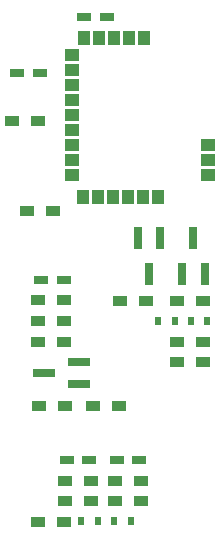
<source format=gbr>
G04 #@! TF.GenerationSoftware,KiCad,Pcbnew,(5.1.4)-1*
G04 #@! TF.CreationDate,2019-10-27T14:02:49-04:00*
G04 #@! TF.ProjectId,i2c-moist-sensor,6932632d-6d6f-4697-9374-2d73656e736f,rev?*
G04 #@! TF.SameCoordinates,Original*
G04 #@! TF.FileFunction,Paste,Top*
G04 #@! TF.FilePolarity,Positive*
%FSLAX46Y46*%
G04 Gerber Fmt 4.6, Leading zero omitted, Abs format (unit mm)*
G04 Created by KiCad (PCBNEW (5.1.4)-1) date 2019-10-27 14:02:49*
%MOMM*%
%LPD*%
G04 APERTURE LIST*
%ADD10R,1.194000X0.894000*%
%ADD11R,0.794000X1.894000*%
%ADD12R,0.594000X0.694000*%
%ADD13R,1.194000X0.744000*%
%ADD14R,1.194000X0.994000*%
%ADD15R,0.994000X1.194000*%
%ADD16R,1.894000X0.794000*%
G04 APERTURE END LIST*
D10*
X63158000Y-53500000D03*
X65358000Y-53500000D03*
X49192000Y-34798000D03*
X51392000Y-34798000D03*
X58250000Y-58928000D03*
X56050000Y-58928000D03*
X63158000Y-55250000D03*
X65358000Y-55250000D03*
X51478000Y-58928000D03*
X53678000Y-58928000D03*
X60536000Y-50038000D03*
X58336000Y-50038000D03*
X63162000Y-50038000D03*
X65362000Y-50038000D03*
X53600000Y-51750000D03*
X51400000Y-51750000D03*
X60100000Y-67000000D03*
X57900000Y-67000000D03*
X52662000Y-42418000D03*
X50462000Y-42418000D03*
X57900000Y-65250000D03*
X60100000Y-65250000D03*
X51400000Y-68750000D03*
X53600000Y-68750000D03*
X53650000Y-67000000D03*
X55850000Y-67000000D03*
X53600000Y-50000000D03*
X51400000Y-50000000D03*
D11*
X64516000Y-44728000D03*
X65466000Y-47728000D03*
X63566000Y-47728000D03*
D12*
X61550000Y-51750000D03*
X62950000Y-51750000D03*
X64300000Y-51750000D03*
X65700000Y-51750000D03*
X57804000Y-68642000D03*
X59204000Y-68642000D03*
X55010000Y-68642000D03*
X56410000Y-68642000D03*
D13*
X49596000Y-30734000D03*
X51496000Y-30734000D03*
X57200000Y-26000000D03*
X55300000Y-26000000D03*
X58050000Y-63500000D03*
X59950000Y-63500000D03*
X51628000Y-48260000D03*
X53528000Y-48260000D03*
X55700000Y-63500000D03*
X53800000Y-63500000D03*
D14*
X65758000Y-36860000D03*
X65758000Y-38130000D03*
X65758000Y-39400000D03*
D15*
X61558000Y-41270000D03*
X60288000Y-41270000D03*
X59018000Y-41270000D03*
X57748000Y-41270000D03*
X56478000Y-41270000D03*
X55208000Y-41270000D03*
D14*
X54258000Y-39400000D03*
X54258000Y-38130000D03*
X54258000Y-36860000D03*
X54258000Y-35590000D03*
X54258000Y-34320000D03*
X54258000Y-33050000D03*
X54258000Y-31780000D03*
X54258000Y-30510000D03*
X54258000Y-29240000D03*
D15*
X55258000Y-27770000D03*
X56528000Y-27770000D03*
X57798000Y-27770000D03*
X59068000Y-27770000D03*
X60338000Y-27770000D03*
D10*
X55850000Y-65250000D03*
X53650000Y-65250000D03*
X53600000Y-53500000D03*
X51400000Y-53500000D03*
D11*
X60750000Y-47750000D03*
X59800000Y-44750000D03*
X61700000Y-44750000D03*
D16*
X51840000Y-56134000D03*
X54840000Y-55184000D03*
X54840000Y-57084000D03*
M02*

</source>
